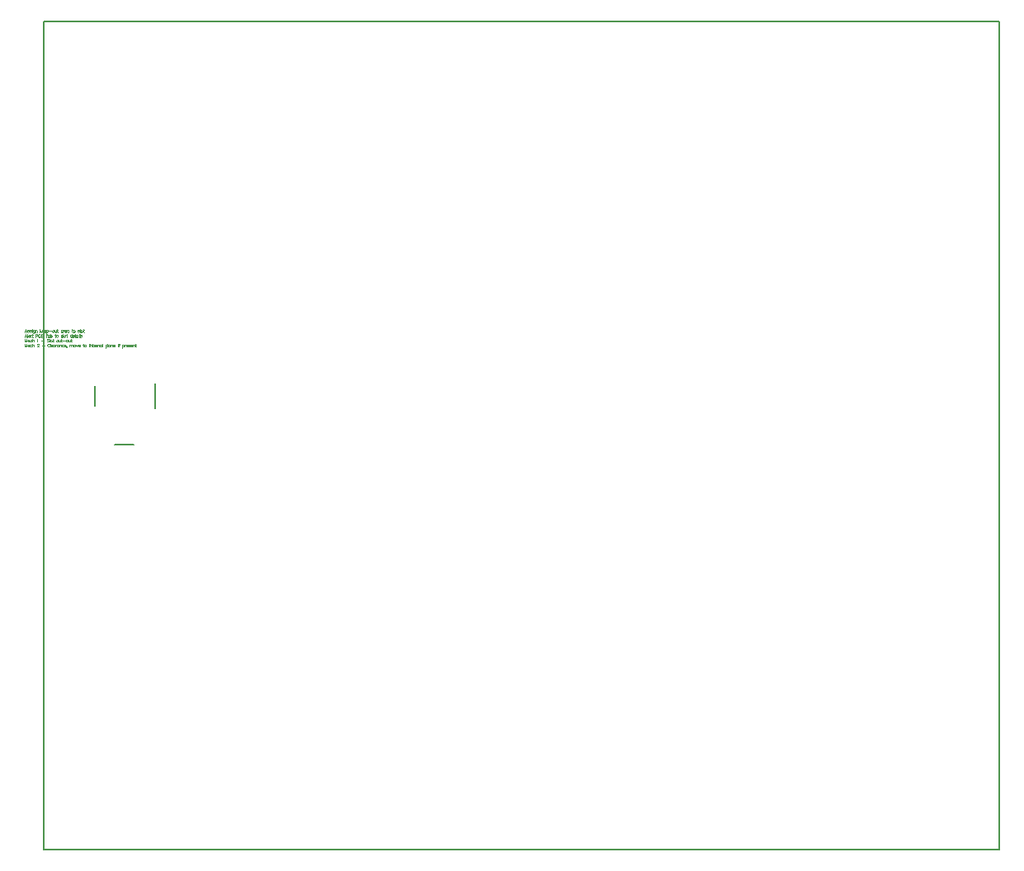
<source format=gm1>
%FSLAX25Y25*%
%MOIN*%
G70*
G01*
G75*
G04 Layer_Color=8388736*
%ADD10R,0.05906X0.00984*%
%ADD11R,0.03500X0.03500*%
%ADD12R,0.03937X0.03150*%
%ADD13R,0.05118X0.03937*%
%ADD14R,0.05906X0.03937*%
%ADD15R,0.03937X0.07087*%
%ADD16R,0.03500X0.03500*%
%ADD17R,0.03937X0.05118*%
%ADD18R,0.05906X0.07087*%
%ADD19R,0.03543X0.03740*%
%ADD20R,0.03543X0.03740*%
%ADD21R,0.00984X0.05906*%
%ADD22R,0.00787X0.04724*%
%ADD23R,0.03150X0.02362*%
%ADD24R,0.05512X0.01969*%
%ADD25R,0.05512X0.05512*%
%ADD26C,0.01969*%
%ADD27C,0.01181*%
%ADD28C,0.03937*%
%ADD29C,0.00787*%
%ADD30C,0.01000*%
%ADD31C,0.05512*%
%ADD32R,0.05512X0.05512*%
%ADD33R,0.05906X0.05906*%
%ADD34C,0.05906*%
%ADD35C,0.05512*%
%ADD36C,0.11024*%
%ADD37C,0.12598*%
%ADD38R,0.05906X0.05906*%
%ADD39O,0.07874X0.15748*%
%ADD40C,0.05906*%
%ADD41O,0.15748X0.07874*%
%ADD42O,0.07874X0.17716*%
%ADD43C,0.03937*%
%ADD44C,0.00591*%
%ADD45C,0.00984*%
%ADD46C,0.00600*%
%ADD47C,0.00598*%
%ADD48C,0.00591*%
%ADD49C,0.00394*%
%ADD50R,0.06000X0.01811*%
%ADD51R,0.02000X0.02500*%
%ADD52R,0.04000X0.02811*%
%ADD53R,0.06706X0.01784*%
%ADD54R,0.04300X0.04300*%
%ADD55R,0.04737X0.03950*%
%ADD56R,0.05918X0.04737*%
%ADD57R,0.06706X0.04737*%
%ADD58R,0.04737X0.07887*%
%ADD59R,0.04300X0.04300*%
%ADD60R,0.04737X0.05918*%
%ADD61R,0.06706X0.07887*%
%ADD62R,0.04343X0.04540*%
%ADD63R,0.04343X0.04540*%
%ADD64R,0.01784X0.06706*%
%ADD65R,0.01587X0.05524*%
%ADD66R,0.03950X0.03162*%
%ADD67R,0.06312X0.02769*%
%ADD68R,0.06312X0.06312*%
%ADD69C,0.06312*%
%ADD70R,0.06312X0.06312*%
%ADD71R,0.06706X0.06706*%
%ADD72C,0.06706*%
%ADD73C,0.06312*%
%ADD74C,0.11824*%
%ADD75C,0.13398*%
%ADD76R,0.06706X0.06706*%
%ADD77O,0.08674X0.16548*%
%ADD78C,0.06706*%
%ADD79O,0.16548X0.08674*%
%ADD80O,0.08674X0.18517*%
%ADD81C,0.04737*%
%ADD82C,0.00118*%
D46*
X20591Y-155323D02*
Y-147449D01*
X28465Y-171071D02*
X36339D01*
X45000Y-156307D02*
Y-146465D01*
D48*
X0Y-334646D02*
X385827D01*
X0D02*
Y0D01*
X385827D01*
Y-334646D02*
Y0D01*
D82*
X-7811Y-130261D02*
Y-131441D01*
Y-130261D02*
X-7361Y-131441D01*
X-6911Y-130261D02*
X-7361Y-131441D01*
X-6911Y-130261D02*
Y-131441D01*
X-6574Y-130991D02*
X-5899D01*
Y-130879D01*
X-5955Y-130767D01*
X-6012Y-130710D01*
X-6124Y-130654D01*
X-6293D01*
X-6405Y-130710D01*
X-6518Y-130823D01*
X-6574Y-130991D01*
Y-131104D01*
X-6518Y-131273D01*
X-6405Y-131385D01*
X-6293Y-131441D01*
X-6124D01*
X-6012Y-131385D01*
X-5899Y-131273D01*
X-4971Y-130823D02*
X-5084Y-130710D01*
X-5196Y-130654D01*
X-5365D01*
X-5477Y-130710D01*
X-5590Y-130823D01*
X-5646Y-130991D01*
Y-131104D01*
X-5590Y-131273D01*
X-5477Y-131385D01*
X-5365Y-131441D01*
X-5196D01*
X-5084Y-131385D01*
X-4971Y-131273D01*
X-4718Y-130261D02*
Y-131441D01*
Y-130879D02*
X-4550Y-130710D01*
X-4437Y-130654D01*
X-4268D01*
X-4156Y-130710D01*
X-4100Y-130879D01*
Y-131441D01*
X-2806Y-130542D02*
Y-130485D01*
X-2750Y-130373D01*
X-2694Y-130317D01*
X-2582Y-130261D01*
X-2357D01*
X-2244Y-130317D01*
X-2188Y-130373D01*
X-2132Y-130485D01*
Y-130598D01*
X-2188Y-130710D01*
X-2300Y-130879D01*
X-2863Y-131441D01*
X-2076D01*
X-883Y-130935D02*
X129D01*
X2249Y-130542D02*
X2193Y-130429D01*
X2080Y-130317D01*
X1968Y-130261D01*
X1743D01*
X1630Y-130317D01*
X1518Y-130429D01*
X1462Y-130542D01*
X1405Y-130710D01*
Y-130991D01*
X1462Y-131160D01*
X1518Y-131273D01*
X1630Y-131385D01*
X1743Y-131441D01*
X1968D01*
X2080Y-131385D01*
X2193Y-131273D01*
X2249Y-131160D01*
X2581Y-130261D02*
Y-131441D01*
X2828Y-130991D02*
X3503D01*
Y-130879D01*
X3446Y-130767D01*
X3390Y-130710D01*
X3278Y-130654D01*
X3109D01*
X2997Y-130710D01*
X2884Y-130823D01*
X2828Y-130991D01*
Y-131104D01*
X2884Y-131273D01*
X2997Y-131385D01*
X3109Y-131441D01*
X3278D01*
X3390Y-131385D01*
X3503Y-131273D01*
X4431Y-130654D02*
Y-131441D01*
Y-130823D02*
X4318Y-130710D01*
X4206Y-130654D01*
X4037D01*
X3924Y-130710D01*
X3812Y-130823D01*
X3756Y-130991D01*
Y-131104D01*
X3812Y-131273D01*
X3924Y-131385D01*
X4037Y-131441D01*
X4206D01*
X4318Y-131385D01*
X4431Y-131273D01*
X4745Y-130654D02*
Y-131441D01*
Y-130991D02*
X4802Y-130823D01*
X4914Y-130710D01*
X5026Y-130654D01*
X5195D01*
X5977D02*
Y-131441D01*
Y-130823D02*
X5864Y-130710D01*
X5752Y-130654D01*
X5583D01*
X5471Y-130710D01*
X5358Y-130823D01*
X5302Y-130991D01*
Y-131104D01*
X5358Y-131273D01*
X5471Y-131385D01*
X5583Y-131441D01*
X5752D01*
X5864Y-131385D01*
X5977Y-131273D01*
X6292Y-130654D02*
Y-131441D01*
Y-130879D02*
X6460Y-130710D01*
X6573Y-130654D01*
X6741D01*
X6854Y-130710D01*
X6910Y-130879D01*
Y-131441D01*
X7894Y-130823D02*
X7782Y-130710D01*
X7669Y-130654D01*
X7501D01*
X7388Y-130710D01*
X7276Y-130823D01*
X7220Y-130991D01*
Y-131104D01*
X7276Y-131273D01*
X7388Y-131385D01*
X7501Y-131441D01*
X7669D01*
X7782Y-131385D01*
X7894Y-131273D01*
X8147Y-130991D02*
X8822D01*
Y-130879D01*
X8766Y-130767D01*
X8710Y-130710D01*
X8597Y-130654D01*
X8428D01*
X8316Y-130710D01*
X8203Y-130823D01*
X8147Y-130991D01*
Y-131104D01*
X8203Y-131273D01*
X8316Y-131385D01*
X8428Y-131441D01*
X8597D01*
X8710Y-131385D01*
X8822Y-131273D01*
X9188Y-131385D02*
X9131Y-131441D01*
X9075Y-131385D01*
X9131Y-131329D01*
X9188Y-131385D01*
Y-131498D01*
X9131Y-131610D01*
X9075Y-131666D01*
X10374Y-130654D02*
Y-131441D01*
Y-130879D02*
X10543Y-130710D01*
X10655Y-130654D01*
X10824D01*
X10936Y-130710D01*
X10993Y-130879D01*
Y-131441D01*
Y-130879D02*
X11161Y-130710D01*
X11274Y-130654D01*
X11442D01*
X11555Y-130710D01*
X11611Y-130879D01*
Y-131441D01*
X12263Y-130654D02*
X12151Y-130710D01*
X12038Y-130823D01*
X11982Y-130991D01*
Y-131104D01*
X12038Y-131273D01*
X12151Y-131385D01*
X12263Y-131441D01*
X12432D01*
X12545Y-131385D01*
X12657Y-131273D01*
X12713Y-131104D01*
Y-130991D01*
X12657Y-130823D01*
X12545Y-130710D01*
X12432Y-130654D01*
X12263D01*
X12972D02*
X13309Y-131441D01*
X13647Y-130654D02*
X13309Y-131441D01*
X13838Y-130991D02*
X14513D01*
Y-130879D01*
X14456Y-130767D01*
X14400Y-130710D01*
X14288Y-130654D01*
X14119D01*
X14007Y-130710D01*
X13894Y-130823D01*
X13838Y-130991D01*
Y-131104D01*
X13894Y-131273D01*
X14007Y-131385D01*
X14119Y-131441D01*
X14288D01*
X14400Y-131385D01*
X14513Y-131273D01*
X15862Y-130261D02*
Y-131216D01*
X15918Y-131385D01*
X16031Y-131441D01*
X16143D01*
X15694Y-130654D02*
X16087D01*
X16593D02*
X16481Y-130710D01*
X16368Y-130823D01*
X16312Y-130991D01*
Y-131104D01*
X16368Y-131273D01*
X16481Y-131385D01*
X16593Y-131441D01*
X16762D01*
X16874Y-131385D01*
X16987Y-131273D01*
X17043Y-131104D01*
Y-130991D01*
X16987Y-130823D01*
X16874Y-130710D01*
X16762Y-130654D01*
X16593D01*
X18342Y-130261D02*
X18398Y-130317D01*
X18454Y-130261D01*
X18398Y-130204D01*
X18342Y-130261D01*
X18398Y-130654D02*
Y-131441D01*
X18663Y-130654D02*
Y-131441D01*
Y-130879D02*
X18831Y-130710D01*
X18944Y-130654D01*
X19112D01*
X19225Y-130710D01*
X19281Y-130879D01*
Y-131441D01*
X19759Y-130261D02*
Y-131216D01*
X19815Y-131385D01*
X19928Y-131441D01*
X20040D01*
X19590Y-130654D02*
X19984D01*
X20209Y-130991D02*
X20884D01*
Y-130879D01*
X20827Y-130767D01*
X20771Y-130710D01*
X20659Y-130654D01*
X20490D01*
X20378Y-130710D01*
X20265Y-130823D01*
X20209Y-130991D01*
Y-131104D01*
X20265Y-131273D01*
X20378Y-131385D01*
X20490Y-131441D01*
X20659D01*
X20771Y-131385D01*
X20884Y-131273D01*
X21137Y-130654D02*
Y-131441D01*
Y-130991D02*
X21193Y-130823D01*
X21305Y-130710D01*
X21418Y-130654D01*
X21587D01*
X21693D02*
Y-131441D01*
Y-130879D02*
X21862Y-130710D01*
X21974Y-130654D01*
X22143D01*
X22256Y-130710D01*
X22312Y-130879D01*
Y-131441D01*
X23296Y-130654D02*
Y-131441D01*
Y-130823D02*
X23183Y-130710D01*
X23071Y-130654D01*
X22902D01*
X22790Y-130710D01*
X22677Y-130823D01*
X22621Y-130991D01*
Y-131104D01*
X22677Y-131273D01*
X22790Y-131385D01*
X22902Y-131441D01*
X23071D01*
X23183Y-131385D01*
X23296Y-131273D01*
X23611Y-130261D02*
Y-131441D01*
X24786Y-130654D02*
Y-131835D01*
Y-130823D02*
X24899Y-130710D01*
X25011Y-130654D01*
X25180D01*
X25292Y-130710D01*
X25405Y-130823D01*
X25461Y-130991D01*
Y-131104D01*
X25405Y-131273D01*
X25292Y-131385D01*
X25180Y-131441D01*
X25011D01*
X24899Y-131385D01*
X24786Y-131273D01*
X25714Y-130261D02*
Y-131441D01*
X26636Y-130654D02*
Y-131441D01*
Y-130823D02*
X26524Y-130710D01*
X26411Y-130654D01*
X26242D01*
X26130Y-130710D01*
X26017Y-130823D01*
X25961Y-130991D01*
Y-131104D01*
X26017Y-131273D01*
X26130Y-131385D01*
X26242Y-131441D01*
X26411D01*
X26524Y-131385D01*
X26636Y-131273D01*
X26951Y-130654D02*
Y-131441D01*
Y-130879D02*
X27120Y-130710D01*
X27232Y-130654D01*
X27401D01*
X27513Y-130710D01*
X27569Y-130879D01*
Y-131441D01*
X27879Y-130991D02*
X28554D01*
Y-130879D01*
X28497Y-130767D01*
X28441Y-130710D01*
X28329Y-130654D01*
X28160D01*
X28047Y-130710D01*
X27935Y-130823D01*
X27879Y-130991D01*
Y-131104D01*
X27935Y-131273D01*
X28047Y-131385D01*
X28160Y-131441D01*
X28329D01*
X28441Y-131385D01*
X28554Y-131273D01*
X29847Y-130261D02*
X29903Y-130317D01*
X29959Y-130261D01*
X29903Y-130204D01*
X29847Y-130261D01*
X29903Y-130654D02*
Y-131441D01*
X30617Y-130261D02*
X30505D01*
X30392Y-130317D01*
X30336Y-130485D01*
Y-131441D01*
X30167Y-130654D02*
X30561D01*
X31714D02*
Y-131835D01*
Y-130823D02*
X31826Y-130710D01*
X31939Y-130654D01*
X32107D01*
X32220Y-130710D01*
X32332Y-130823D01*
X32388Y-130991D01*
Y-131104D01*
X32332Y-131273D01*
X32220Y-131385D01*
X32107Y-131441D01*
X31939D01*
X31826Y-131385D01*
X31714Y-131273D01*
X32642Y-130654D02*
Y-131441D01*
Y-130991D02*
X32698Y-130823D01*
X32810Y-130710D01*
X32923Y-130654D01*
X33091D01*
X33198Y-130991D02*
X33873D01*
Y-130879D01*
X33817Y-130767D01*
X33760Y-130710D01*
X33648Y-130654D01*
X33479D01*
X33367Y-130710D01*
X33254Y-130823D01*
X33198Y-130991D01*
Y-131104D01*
X33254Y-131273D01*
X33367Y-131385D01*
X33479Y-131441D01*
X33648D01*
X33760Y-131385D01*
X33873Y-131273D01*
X34745Y-130823D02*
X34688Y-130710D01*
X34520Y-130654D01*
X34351D01*
X34182Y-130710D01*
X34126Y-130823D01*
X34182Y-130935D01*
X34295Y-130991D01*
X34576Y-131048D01*
X34688Y-131104D01*
X34745Y-131216D01*
Y-131273D01*
X34688Y-131385D01*
X34520Y-131441D01*
X34351D01*
X34182Y-131385D01*
X34126Y-131273D01*
X34992Y-130991D02*
X35667D01*
Y-130879D01*
X35610Y-130767D01*
X35554Y-130710D01*
X35442Y-130654D01*
X35273D01*
X35161Y-130710D01*
X35048Y-130823D01*
X34992Y-130991D01*
Y-131104D01*
X35048Y-131273D01*
X35161Y-131385D01*
X35273Y-131441D01*
X35442D01*
X35554Y-131385D01*
X35667Y-131273D01*
X35920Y-130654D02*
Y-131441D01*
Y-130879D02*
X36088Y-130710D01*
X36201Y-130654D01*
X36370D01*
X36482Y-130710D01*
X36538Y-130879D01*
Y-131441D01*
X37016Y-130261D02*
Y-131216D01*
X37073Y-131385D01*
X37185Y-131441D01*
X37297D01*
X36847Y-130654D02*
X37241D01*
X-7811Y-128292D02*
Y-129473D01*
Y-128292D02*
X-7361Y-129473D01*
X-6911Y-128292D02*
X-7361Y-129473D01*
X-6911Y-128292D02*
Y-129473D01*
X-6574Y-129023D02*
X-5899D01*
Y-128911D01*
X-5955Y-128798D01*
X-6012Y-128742D01*
X-6124Y-128686D01*
X-6293D01*
X-6405Y-128742D01*
X-6518Y-128854D01*
X-6574Y-129023D01*
Y-129135D01*
X-6518Y-129304D01*
X-6405Y-129417D01*
X-6293Y-129473D01*
X-6124D01*
X-6012Y-129417D01*
X-5899Y-129304D01*
X-4971Y-128854D02*
X-5084Y-128742D01*
X-5196Y-128686D01*
X-5365D01*
X-5477Y-128742D01*
X-5590Y-128854D01*
X-5646Y-129023D01*
Y-129135D01*
X-5590Y-129304D01*
X-5477Y-129417D01*
X-5365Y-129473D01*
X-5196D01*
X-5084Y-129417D01*
X-4971Y-129304D01*
X-4718Y-128292D02*
Y-129473D01*
Y-128911D02*
X-4550Y-128742D01*
X-4437Y-128686D01*
X-4268D01*
X-4156Y-128742D01*
X-4100Y-128911D01*
Y-129473D01*
X-2863Y-128517D02*
X-2750Y-128461D01*
X-2582Y-128292D01*
Y-129473D01*
X-1069Y-128967D02*
X-57D01*
X2007Y-128461D02*
X1894Y-128348D01*
X1726Y-128292D01*
X1501D01*
X1332Y-128348D01*
X1220Y-128461D01*
Y-128573D01*
X1276Y-128686D01*
X1332Y-128742D01*
X1445Y-128798D01*
X1782Y-128911D01*
X1894Y-128967D01*
X1951Y-129023D01*
X2007Y-129135D01*
Y-129304D01*
X1894Y-129417D01*
X1726Y-129473D01*
X1501D01*
X1332Y-129417D01*
X1220Y-129304D01*
X2271Y-128292D02*
Y-129473D01*
X2800Y-128686D02*
X2687Y-128742D01*
X2575Y-128854D01*
X2519Y-129023D01*
Y-129135D01*
X2575Y-129304D01*
X2687Y-129417D01*
X2800Y-129473D01*
X2968D01*
X3081Y-129417D01*
X3193Y-129304D01*
X3250Y-129135D01*
Y-129023D01*
X3193Y-128854D01*
X3081Y-128742D01*
X2968Y-128686D01*
X2800D01*
X3677Y-128292D02*
Y-129248D01*
X3733Y-129417D01*
X3846Y-129473D01*
X3958D01*
X3508Y-128686D02*
X3902D01*
X5729Y-128854D02*
X5617Y-128742D01*
X5505Y-128686D01*
X5336D01*
X5223Y-128742D01*
X5111Y-128854D01*
X5055Y-129023D01*
Y-129135D01*
X5111Y-129304D01*
X5223Y-129417D01*
X5336Y-129473D01*
X5505D01*
X5617Y-129417D01*
X5729Y-129304D01*
X5982Y-128686D02*
Y-129248D01*
X6039Y-129417D01*
X6151Y-129473D01*
X6320D01*
X6432Y-129417D01*
X6601Y-129248D01*
Y-128686D02*
Y-129473D01*
X7079Y-128292D02*
Y-129248D01*
X7135Y-129417D01*
X7248Y-129473D01*
X7360D01*
X6910Y-128686D02*
X7304D01*
X7529Y-128967D02*
X8541D01*
X9171Y-128686D02*
X9058Y-128742D01*
X8946Y-128854D01*
X8890Y-129023D01*
Y-129135D01*
X8946Y-129304D01*
X9058Y-129417D01*
X9171Y-129473D01*
X9339D01*
X9452Y-129417D01*
X9564Y-129304D01*
X9621Y-129135D01*
Y-129023D01*
X9564Y-128854D01*
X9452Y-128742D01*
X9339Y-128686D01*
X9171D01*
X9879D02*
Y-129248D01*
X9935Y-129417D01*
X10048Y-129473D01*
X10217D01*
X10329Y-129417D01*
X10498Y-129248D01*
Y-128686D02*
Y-129473D01*
X10976Y-128292D02*
Y-129248D01*
X11032Y-129417D01*
X11144Y-129473D01*
X11257D01*
X10807Y-128686D02*
X11201D01*
X-6911Y-125536D02*
X-7361Y-124355D01*
X-7811Y-125536D01*
X-7642Y-125142D02*
X-7080D01*
X-6017Y-124917D02*
X-6073Y-124805D01*
X-6242Y-124749D01*
X-6411D01*
X-6580Y-124805D01*
X-6636Y-124917D01*
X-6580Y-125030D01*
X-6467Y-125086D01*
X-6186Y-125142D01*
X-6073Y-125198D01*
X-6017Y-125311D01*
Y-125367D01*
X-6073Y-125480D01*
X-6242Y-125536D01*
X-6411D01*
X-6580Y-125480D01*
X-6636Y-125367D01*
X-5151Y-124917D02*
X-5207Y-124805D01*
X-5376Y-124749D01*
X-5545D01*
X-5714Y-124805D01*
X-5770Y-124917D01*
X-5714Y-125030D01*
X-5601Y-125086D01*
X-5320Y-125142D01*
X-5207Y-125198D01*
X-5151Y-125311D01*
Y-125367D01*
X-5207Y-125480D01*
X-5376Y-125536D01*
X-5545D01*
X-5714Y-125480D01*
X-5770Y-125367D01*
X-4791Y-124355D02*
X-4735Y-124411D01*
X-4679Y-124355D01*
X-4735Y-124299D01*
X-4791Y-124355D01*
X-4735Y-124749D02*
Y-125536D01*
X-3796Y-124749D02*
Y-125648D01*
X-3852Y-125817D01*
X-3909Y-125873D01*
X-4021Y-125929D01*
X-4190D01*
X-4302Y-125873D01*
X-3796Y-124917D02*
X-3909Y-124805D01*
X-4021Y-124749D01*
X-4190D01*
X-4302Y-124805D01*
X-4415Y-124917D01*
X-4471Y-125086D01*
Y-125198D01*
X-4415Y-125367D01*
X-4302Y-125480D01*
X-4190Y-125536D01*
X-4021D01*
X-3909Y-125480D01*
X-3796Y-125367D01*
X-3481Y-124749D02*
Y-125536D01*
Y-124973D02*
X-3313Y-124805D01*
X-3200Y-124749D01*
X-3031D01*
X-2919Y-124805D01*
X-2863Y-124973D01*
Y-125536D01*
X-1626Y-124355D02*
Y-125536D01*
X-1063Y-124749D02*
X-1626Y-125311D01*
X-1401Y-125086D02*
X-1007Y-125536D01*
X-821Y-125086D02*
X-147D01*
Y-124973D01*
X-203Y-124861D01*
X-259Y-124805D01*
X-372Y-124749D01*
X-540D01*
X-653Y-124805D01*
X-765Y-124917D01*
X-821Y-125086D01*
Y-125198D01*
X-765Y-125367D01*
X-653Y-125480D01*
X-540Y-125536D01*
X-372D01*
X-259Y-125480D01*
X-147Y-125367D01*
X106Y-125086D02*
X781D01*
Y-124973D01*
X725Y-124861D01*
X669Y-124805D01*
X556Y-124749D01*
X387D01*
X275Y-124805D01*
X163Y-124917D01*
X106Y-125086D01*
Y-125198D01*
X163Y-125367D01*
X275Y-125480D01*
X387Y-125536D01*
X556D01*
X669Y-125480D01*
X781Y-125367D01*
X1034Y-124749D02*
Y-125929D01*
Y-124917D02*
X1147Y-124805D01*
X1259Y-124749D01*
X1428D01*
X1540Y-124805D01*
X1653Y-124917D01*
X1709Y-125086D01*
Y-125198D01*
X1653Y-125367D01*
X1540Y-125480D01*
X1428Y-125536D01*
X1259D01*
X1147Y-125480D01*
X1034Y-125367D01*
X1962Y-125030D02*
X2974D01*
X3604Y-124749D02*
X3491Y-124805D01*
X3379Y-124917D01*
X3323Y-125086D01*
Y-125198D01*
X3379Y-125367D01*
X3491Y-125480D01*
X3604Y-125536D01*
X3773D01*
X3885Y-125480D01*
X3997Y-125367D01*
X4054Y-125198D01*
Y-125086D01*
X3997Y-124917D01*
X3885Y-124805D01*
X3773Y-124749D01*
X3604D01*
X4312D02*
Y-125311D01*
X4369Y-125480D01*
X4481Y-125536D01*
X4650D01*
X4762Y-125480D01*
X4931Y-125311D01*
Y-124749D02*
Y-125536D01*
X5409Y-124355D02*
Y-125311D01*
X5465Y-125480D01*
X5578Y-125536D01*
X5690D01*
X5240Y-124749D02*
X5634D01*
X7461D02*
Y-125536D01*
Y-124917D02*
X7349Y-124805D01*
X7236Y-124749D01*
X7068D01*
X6955Y-124805D01*
X6843Y-124917D01*
X6786Y-125086D01*
Y-125198D01*
X6843Y-125367D01*
X6955Y-125480D01*
X7068Y-125536D01*
X7236D01*
X7349Y-125480D01*
X7461Y-125367D01*
X7776Y-124749D02*
Y-125536D01*
Y-125086D02*
X7832Y-124917D01*
X7945Y-124805D01*
X8057Y-124749D01*
X8226D01*
X8333Y-125086D02*
X9008D01*
Y-124973D01*
X8951Y-124861D01*
X8895Y-124805D01*
X8783Y-124749D01*
X8614D01*
X8502Y-124805D01*
X8389Y-124917D01*
X8333Y-125086D01*
Y-125198D01*
X8389Y-125367D01*
X8502Y-125480D01*
X8614Y-125536D01*
X8783D01*
X8895Y-125480D01*
X9008Y-125367D01*
X9935Y-124749D02*
Y-125536D01*
Y-124917D02*
X9823Y-124805D01*
X9710Y-124749D01*
X9542D01*
X9429Y-124805D01*
X9317Y-124917D01*
X9261Y-125086D01*
Y-125198D01*
X9317Y-125367D01*
X9429Y-125480D01*
X9542Y-125536D01*
X9710D01*
X9823Y-125480D01*
X9935Y-125367D01*
X11347Y-124355D02*
Y-125311D01*
X11403Y-125480D01*
X11515Y-125536D01*
X11628D01*
X11178Y-124749D02*
X11572D01*
X12078D02*
X11965Y-124805D01*
X11853Y-124917D01*
X11797Y-125086D01*
Y-125198D01*
X11853Y-125367D01*
X11965Y-125480D01*
X12078Y-125536D01*
X12246D01*
X12359Y-125480D01*
X12472Y-125367D01*
X12528Y-125198D01*
Y-125086D01*
X12472Y-124917D01*
X12359Y-124805D01*
X12246Y-124749D01*
X12078D01*
X14333Y-124917D02*
X14277Y-124805D01*
X14108Y-124749D01*
X13939D01*
X13770Y-124805D01*
X13714Y-124917D01*
X13770Y-125030D01*
X13883Y-125086D01*
X14164Y-125142D01*
X14277Y-125198D01*
X14333Y-125311D01*
Y-125367D01*
X14277Y-125480D01*
X14108Y-125536D01*
X13939D01*
X13770Y-125480D01*
X13714Y-125367D01*
X14580Y-124355D02*
Y-125536D01*
X15109Y-124749D02*
X14996Y-124805D01*
X14884Y-124917D01*
X14828Y-125086D01*
Y-125198D01*
X14884Y-125367D01*
X14996Y-125480D01*
X15109Y-125536D01*
X15277D01*
X15390Y-125480D01*
X15502Y-125367D01*
X15559Y-125198D01*
Y-125086D01*
X15502Y-124917D01*
X15390Y-124805D01*
X15277Y-124749D01*
X15109D01*
X15986Y-124355D02*
Y-125311D01*
X16042Y-125480D01*
X16155Y-125536D01*
X16267D01*
X15817Y-124749D02*
X16211D01*
X-6911Y-127504D02*
X-7361Y-126323D01*
X-7811Y-127504D01*
X-7642Y-127111D02*
X-7080D01*
X-6636Y-126323D02*
Y-127504D01*
X-6388Y-127055D02*
X-5714D01*
Y-126942D01*
X-5770Y-126830D01*
X-5826Y-126773D01*
X-5939Y-126717D01*
X-6107D01*
X-6220Y-126773D01*
X-6332Y-126886D01*
X-6388Y-127055D01*
Y-127167D01*
X-6332Y-127336D01*
X-6220Y-127448D01*
X-6107Y-127504D01*
X-5939D01*
X-5826Y-127448D01*
X-5714Y-127336D01*
X-5460Y-126717D02*
Y-127504D01*
Y-127055D02*
X-5404Y-126886D01*
X-5292Y-126773D01*
X-5179Y-126717D01*
X-5011D01*
X-4735Y-126323D02*
Y-127279D01*
X-4679Y-127448D01*
X-4566Y-127504D01*
X-4454D01*
X-4904Y-126717D02*
X-4510D01*
X-3357Y-126942D02*
X-2851D01*
X-2683Y-126886D01*
X-2627Y-126830D01*
X-2570Y-126717D01*
Y-126548D01*
X-2627Y-126436D01*
X-2683Y-126380D01*
X-2851Y-126323D01*
X-3357D01*
Y-127504D01*
X-1462Y-126605D02*
X-1519Y-126492D01*
X-1631Y-126380D01*
X-1744Y-126323D01*
X-1969D01*
X-2081Y-126380D01*
X-2193Y-126492D01*
X-2250Y-126605D01*
X-2306Y-126773D01*
Y-127055D01*
X-2250Y-127223D01*
X-2193Y-127336D01*
X-2081Y-127448D01*
X-1969Y-127504D01*
X-1744D01*
X-1631Y-127448D01*
X-1519Y-127336D01*
X-1462Y-127223D01*
X-1131Y-126323D02*
Y-127504D01*
Y-126323D02*
X-625D01*
X-456Y-126380D01*
X-400Y-126436D01*
X-344Y-126548D01*
Y-126661D01*
X-400Y-126773D01*
X-456Y-126830D01*
X-625Y-126886D01*
X-1131D02*
X-625D01*
X-456Y-126942D01*
X-400Y-126998D01*
X-344Y-127111D01*
Y-127279D01*
X-400Y-127392D01*
X-456Y-127448D01*
X-625Y-127504D01*
X-1131D01*
X1298Y-126323D02*
X1186D01*
X1073Y-126380D01*
X1017Y-126548D01*
Y-127504D01*
X849Y-126717D02*
X1242D01*
X2142D02*
Y-127504D01*
Y-126886D02*
X2029Y-126773D01*
X1917Y-126717D01*
X1748D01*
X1636Y-126773D01*
X1523Y-126886D01*
X1467Y-127055D01*
Y-127167D01*
X1523Y-127336D01*
X1636Y-127448D01*
X1748Y-127504D01*
X1917D01*
X2029Y-127448D01*
X2142Y-127336D01*
X2457Y-126323D02*
Y-127504D01*
Y-126886D02*
X2569Y-126773D01*
X2682Y-126717D01*
X2850D01*
X2963Y-126773D01*
X3075Y-126886D01*
X3131Y-127055D01*
Y-127167D01*
X3075Y-127336D01*
X2963Y-127448D01*
X2850Y-127504D01*
X2682D01*
X2569Y-127448D01*
X2457Y-127336D01*
X4481Y-126323D02*
Y-127279D01*
X4537Y-127448D01*
X4650Y-127504D01*
X4762D01*
X4312Y-126717D02*
X4706D01*
X5212D02*
X5100Y-126773D01*
X4987Y-126886D01*
X4931Y-127055D01*
Y-127167D01*
X4987Y-127336D01*
X5100Y-127448D01*
X5212Y-127504D01*
X5381D01*
X5493Y-127448D01*
X5606Y-127336D01*
X5662Y-127167D01*
Y-127055D01*
X5606Y-126886D01*
X5493Y-126773D01*
X5381Y-126717D01*
X5212D01*
X7467Y-126886D02*
X7411Y-126773D01*
X7242Y-126717D01*
X7073D01*
X6905Y-126773D01*
X6848Y-126886D01*
X6905Y-126998D01*
X7017Y-127055D01*
X7298Y-127111D01*
X7411Y-127167D01*
X7467Y-127279D01*
Y-127336D01*
X7411Y-127448D01*
X7242Y-127504D01*
X7073D01*
X6905Y-127448D01*
X6848Y-127336D01*
X7714Y-126323D02*
Y-127504D01*
X8243Y-126717D02*
X8130Y-126773D01*
X8018Y-126886D01*
X7962Y-127055D01*
Y-127167D01*
X8018Y-127336D01*
X8130Y-127448D01*
X8243Y-127504D01*
X8412D01*
X8524Y-127448D01*
X8636Y-127336D01*
X8693Y-127167D01*
Y-127055D01*
X8636Y-126886D01*
X8524Y-126773D01*
X8412Y-126717D01*
X8243D01*
X9120Y-126323D02*
Y-127279D01*
X9176Y-127448D01*
X9289Y-127504D01*
X9401D01*
X8951Y-126717D02*
X9345D01*
X11173Y-126323D02*
Y-127504D01*
Y-126886D02*
X11060Y-126773D01*
X10948Y-126717D01*
X10779D01*
X10667Y-126773D01*
X10554Y-126886D01*
X10498Y-127055D01*
Y-127167D01*
X10554Y-127336D01*
X10667Y-127448D01*
X10779Y-127504D01*
X10948D01*
X11060Y-127448D01*
X11173Y-127336D01*
X11487Y-127055D02*
X12162D01*
Y-126942D01*
X12106Y-126830D01*
X12050Y-126773D01*
X11937Y-126717D01*
X11769D01*
X11656Y-126773D01*
X11544Y-126886D01*
X11487Y-127055D01*
Y-127167D01*
X11544Y-127336D01*
X11656Y-127448D01*
X11769Y-127504D01*
X11937D01*
X12050Y-127448D01*
X12162Y-127336D01*
X12584Y-126323D02*
Y-127279D01*
X12640Y-127448D01*
X12753Y-127504D01*
X12865D01*
X12415Y-126717D02*
X12809D01*
X13709D02*
Y-127504D01*
Y-126886D02*
X13596Y-126773D01*
X13484Y-126717D01*
X13315D01*
X13203Y-126773D01*
X13090Y-126886D01*
X13034Y-127055D01*
Y-127167D01*
X13090Y-127336D01*
X13203Y-127448D01*
X13315Y-127504D01*
X13484D01*
X13596Y-127448D01*
X13709Y-127336D01*
X14136Y-126323D02*
X14192Y-126380D01*
X14248Y-126323D01*
X14192Y-126267D01*
X14136Y-126323D01*
X14192Y-126717D02*
Y-127504D01*
X14456Y-126323D02*
Y-127504D01*
X15322Y-126886D02*
X15266Y-126773D01*
X15098Y-126717D01*
X14929D01*
X14760Y-126773D01*
X14704Y-126886D01*
X14760Y-126998D01*
X14873Y-127055D01*
X15154Y-127111D01*
X15266Y-127167D01*
X15322Y-127279D01*
Y-127336D01*
X15266Y-127448D01*
X15098Y-127504D01*
X14929D01*
X14760Y-127448D01*
X14704Y-127336D01*
M02*

</source>
